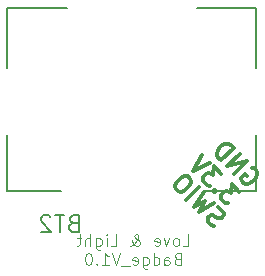
<source format=gbr>
%TF.GenerationSoftware,KiCad,Pcbnew,7.0.7*%
%TF.CreationDate,2024-04-02T17:30:46-04:00*%
%TF.ProjectId,battery_leds,62617474-6572-4795-9f6c-6564732e6b69,rev?*%
%TF.SameCoordinates,Original*%
%TF.FileFunction,Legend,Bot*%
%TF.FilePolarity,Positive*%
%FSLAX46Y46*%
G04 Gerber Fmt 4.6, Leading zero omitted, Abs format (unit mm)*
G04 Created by KiCad (PCBNEW 7.0.7) date 2024-04-02 17:30:46*
%MOMM*%
%LPD*%
G01*
G04 APERTURE LIST*
%ADD10C,0.100000*%
%ADD11C,0.300000*%
%ADD12C,0.150000*%
%ADD13C,0.127000*%
G04 APERTURE END LIST*
D10*
X151766667Y-108662419D02*
X152242857Y-108662419D01*
X152242857Y-108662419D02*
X152242857Y-107662419D01*
X151290476Y-108662419D02*
X151385714Y-108614800D01*
X151385714Y-108614800D02*
X151433333Y-108567180D01*
X151433333Y-108567180D02*
X151480952Y-108471942D01*
X151480952Y-108471942D02*
X151480952Y-108186228D01*
X151480952Y-108186228D02*
X151433333Y-108090990D01*
X151433333Y-108090990D02*
X151385714Y-108043371D01*
X151385714Y-108043371D02*
X151290476Y-107995752D01*
X151290476Y-107995752D02*
X151147619Y-107995752D01*
X151147619Y-107995752D02*
X151052381Y-108043371D01*
X151052381Y-108043371D02*
X151004762Y-108090990D01*
X151004762Y-108090990D02*
X150957143Y-108186228D01*
X150957143Y-108186228D02*
X150957143Y-108471942D01*
X150957143Y-108471942D02*
X151004762Y-108567180D01*
X151004762Y-108567180D02*
X151052381Y-108614800D01*
X151052381Y-108614800D02*
X151147619Y-108662419D01*
X151147619Y-108662419D02*
X151290476Y-108662419D01*
X150623809Y-107995752D02*
X150385714Y-108662419D01*
X150385714Y-108662419D02*
X150147619Y-107995752D01*
X149385714Y-108614800D02*
X149480952Y-108662419D01*
X149480952Y-108662419D02*
X149671428Y-108662419D01*
X149671428Y-108662419D02*
X149766666Y-108614800D01*
X149766666Y-108614800D02*
X149814285Y-108519561D01*
X149814285Y-108519561D02*
X149814285Y-108138609D01*
X149814285Y-108138609D02*
X149766666Y-108043371D01*
X149766666Y-108043371D02*
X149671428Y-107995752D01*
X149671428Y-107995752D02*
X149480952Y-107995752D01*
X149480952Y-107995752D02*
X149385714Y-108043371D01*
X149385714Y-108043371D02*
X149338095Y-108138609D01*
X149338095Y-108138609D02*
X149338095Y-108233847D01*
X149338095Y-108233847D02*
X149814285Y-108329085D01*
X147338094Y-108662419D02*
X147385714Y-108662419D01*
X147385714Y-108662419D02*
X147480952Y-108614800D01*
X147480952Y-108614800D02*
X147623809Y-108471942D01*
X147623809Y-108471942D02*
X147861904Y-108186228D01*
X147861904Y-108186228D02*
X147957142Y-108043371D01*
X147957142Y-108043371D02*
X148004761Y-107900514D01*
X148004761Y-107900514D02*
X148004761Y-107805276D01*
X148004761Y-107805276D02*
X147957142Y-107710038D01*
X147957142Y-107710038D02*
X147861904Y-107662419D01*
X147861904Y-107662419D02*
X147814285Y-107662419D01*
X147814285Y-107662419D02*
X147719047Y-107710038D01*
X147719047Y-107710038D02*
X147671428Y-107805276D01*
X147671428Y-107805276D02*
X147671428Y-107852895D01*
X147671428Y-107852895D02*
X147719047Y-107948133D01*
X147719047Y-107948133D02*
X147766666Y-107995752D01*
X147766666Y-107995752D02*
X148052380Y-108186228D01*
X148052380Y-108186228D02*
X148099999Y-108233847D01*
X148099999Y-108233847D02*
X148147618Y-108329085D01*
X148147618Y-108329085D02*
X148147618Y-108471942D01*
X148147618Y-108471942D02*
X148099999Y-108567180D01*
X148099999Y-108567180D02*
X148052380Y-108614800D01*
X148052380Y-108614800D02*
X147957142Y-108662419D01*
X147957142Y-108662419D02*
X147814285Y-108662419D01*
X147814285Y-108662419D02*
X147719047Y-108614800D01*
X147719047Y-108614800D02*
X147671428Y-108567180D01*
X147671428Y-108567180D02*
X147528571Y-108376704D01*
X147528571Y-108376704D02*
X147480952Y-108233847D01*
X147480952Y-108233847D02*
X147480952Y-108138609D01*
X145671428Y-108662419D02*
X146147618Y-108662419D01*
X146147618Y-108662419D02*
X146147618Y-107662419D01*
X145338094Y-108662419D02*
X145338094Y-107995752D01*
X145338094Y-107662419D02*
X145385713Y-107710038D01*
X145385713Y-107710038D02*
X145338094Y-107757657D01*
X145338094Y-107757657D02*
X145290475Y-107710038D01*
X145290475Y-107710038D02*
X145338094Y-107662419D01*
X145338094Y-107662419D02*
X145338094Y-107757657D01*
X144433333Y-107995752D02*
X144433333Y-108805276D01*
X144433333Y-108805276D02*
X144480952Y-108900514D01*
X144480952Y-108900514D02*
X144528571Y-108948133D01*
X144528571Y-108948133D02*
X144623809Y-108995752D01*
X144623809Y-108995752D02*
X144766666Y-108995752D01*
X144766666Y-108995752D02*
X144861904Y-108948133D01*
X144433333Y-108614800D02*
X144528571Y-108662419D01*
X144528571Y-108662419D02*
X144719047Y-108662419D01*
X144719047Y-108662419D02*
X144814285Y-108614800D01*
X144814285Y-108614800D02*
X144861904Y-108567180D01*
X144861904Y-108567180D02*
X144909523Y-108471942D01*
X144909523Y-108471942D02*
X144909523Y-108186228D01*
X144909523Y-108186228D02*
X144861904Y-108090990D01*
X144861904Y-108090990D02*
X144814285Y-108043371D01*
X144814285Y-108043371D02*
X144719047Y-107995752D01*
X144719047Y-107995752D02*
X144528571Y-107995752D01*
X144528571Y-107995752D02*
X144433333Y-108043371D01*
X143957142Y-108662419D02*
X143957142Y-107662419D01*
X143528571Y-108662419D02*
X143528571Y-108138609D01*
X143528571Y-108138609D02*
X143576190Y-108043371D01*
X143576190Y-108043371D02*
X143671428Y-107995752D01*
X143671428Y-107995752D02*
X143814285Y-107995752D01*
X143814285Y-107995752D02*
X143909523Y-108043371D01*
X143909523Y-108043371D02*
X143957142Y-108090990D01*
X143195237Y-107995752D02*
X142814285Y-107995752D01*
X143052380Y-107662419D02*
X143052380Y-108519561D01*
X143052380Y-108519561D02*
X143004761Y-108614800D01*
X143004761Y-108614800D02*
X142909523Y-108662419D01*
X142909523Y-108662419D02*
X142814285Y-108662419D01*
X151314285Y-109748609D02*
X151171428Y-109796228D01*
X151171428Y-109796228D02*
X151123809Y-109843847D01*
X151123809Y-109843847D02*
X151076190Y-109939085D01*
X151076190Y-109939085D02*
X151076190Y-110081942D01*
X151076190Y-110081942D02*
X151123809Y-110177180D01*
X151123809Y-110177180D02*
X151171428Y-110224800D01*
X151171428Y-110224800D02*
X151266666Y-110272419D01*
X151266666Y-110272419D02*
X151647618Y-110272419D01*
X151647618Y-110272419D02*
X151647618Y-109272419D01*
X151647618Y-109272419D02*
X151314285Y-109272419D01*
X151314285Y-109272419D02*
X151219047Y-109320038D01*
X151219047Y-109320038D02*
X151171428Y-109367657D01*
X151171428Y-109367657D02*
X151123809Y-109462895D01*
X151123809Y-109462895D02*
X151123809Y-109558133D01*
X151123809Y-109558133D02*
X151171428Y-109653371D01*
X151171428Y-109653371D02*
X151219047Y-109700990D01*
X151219047Y-109700990D02*
X151314285Y-109748609D01*
X151314285Y-109748609D02*
X151647618Y-109748609D01*
X150219047Y-110272419D02*
X150219047Y-109748609D01*
X150219047Y-109748609D02*
X150266666Y-109653371D01*
X150266666Y-109653371D02*
X150361904Y-109605752D01*
X150361904Y-109605752D02*
X150552380Y-109605752D01*
X150552380Y-109605752D02*
X150647618Y-109653371D01*
X150219047Y-110224800D02*
X150314285Y-110272419D01*
X150314285Y-110272419D02*
X150552380Y-110272419D01*
X150552380Y-110272419D02*
X150647618Y-110224800D01*
X150647618Y-110224800D02*
X150695237Y-110129561D01*
X150695237Y-110129561D02*
X150695237Y-110034323D01*
X150695237Y-110034323D02*
X150647618Y-109939085D01*
X150647618Y-109939085D02*
X150552380Y-109891466D01*
X150552380Y-109891466D02*
X150314285Y-109891466D01*
X150314285Y-109891466D02*
X150219047Y-109843847D01*
X149314285Y-110272419D02*
X149314285Y-109272419D01*
X149314285Y-110224800D02*
X149409523Y-110272419D01*
X149409523Y-110272419D02*
X149599999Y-110272419D01*
X149599999Y-110272419D02*
X149695237Y-110224800D01*
X149695237Y-110224800D02*
X149742856Y-110177180D01*
X149742856Y-110177180D02*
X149790475Y-110081942D01*
X149790475Y-110081942D02*
X149790475Y-109796228D01*
X149790475Y-109796228D02*
X149742856Y-109700990D01*
X149742856Y-109700990D02*
X149695237Y-109653371D01*
X149695237Y-109653371D02*
X149599999Y-109605752D01*
X149599999Y-109605752D02*
X149409523Y-109605752D01*
X149409523Y-109605752D02*
X149314285Y-109653371D01*
X148409523Y-109605752D02*
X148409523Y-110415276D01*
X148409523Y-110415276D02*
X148457142Y-110510514D01*
X148457142Y-110510514D02*
X148504761Y-110558133D01*
X148504761Y-110558133D02*
X148599999Y-110605752D01*
X148599999Y-110605752D02*
X148742856Y-110605752D01*
X148742856Y-110605752D02*
X148838094Y-110558133D01*
X148409523Y-110224800D02*
X148504761Y-110272419D01*
X148504761Y-110272419D02*
X148695237Y-110272419D01*
X148695237Y-110272419D02*
X148790475Y-110224800D01*
X148790475Y-110224800D02*
X148838094Y-110177180D01*
X148838094Y-110177180D02*
X148885713Y-110081942D01*
X148885713Y-110081942D02*
X148885713Y-109796228D01*
X148885713Y-109796228D02*
X148838094Y-109700990D01*
X148838094Y-109700990D02*
X148790475Y-109653371D01*
X148790475Y-109653371D02*
X148695237Y-109605752D01*
X148695237Y-109605752D02*
X148504761Y-109605752D01*
X148504761Y-109605752D02*
X148409523Y-109653371D01*
X147552380Y-110224800D02*
X147647618Y-110272419D01*
X147647618Y-110272419D02*
X147838094Y-110272419D01*
X147838094Y-110272419D02*
X147933332Y-110224800D01*
X147933332Y-110224800D02*
X147980951Y-110129561D01*
X147980951Y-110129561D02*
X147980951Y-109748609D01*
X147980951Y-109748609D02*
X147933332Y-109653371D01*
X147933332Y-109653371D02*
X147838094Y-109605752D01*
X147838094Y-109605752D02*
X147647618Y-109605752D01*
X147647618Y-109605752D02*
X147552380Y-109653371D01*
X147552380Y-109653371D02*
X147504761Y-109748609D01*
X147504761Y-109748609D02*
X147504761Y-109843847D01*
X147504761Y-109843847D02*
X147980951Y-109939085D01*
X147314285Y-110367657D02*
X146552380Y-110367657D01*
X146457141Y-109272419D02*
X146123808Y-110272419D01*
X146123808Y-110272419D02*
X145790475Y-109272419D01*
X144933332Y-110272419D02*
X145504760Y-110272419D01*
X145219046Y-110272419D02*
X145219046Y-109272419D01*
X145219046Y-109272419D02*
X145314284Y-109415276D01*
X145314284Y-109415276D02*
X145409522Y-109510514D01*
X145409522Y-109510514D02*
X145504760Y-109558133D01*
X144504760Y-110177180D02*
X144457141Y-110224800D01*
X144457141Y-110224800D02*
X144504760Y-110272419D01*
X144504760Y-110272419D02*
X144552379Y-110224800D01*
X144552379Y-110224800D02*
X144504760Y-110177180D01*
X144504760Y-110177180D02*
X144504760Y-110272419D01*
X143838094Y-109272419D02*
X143742856Y-109272419D01*
X143742856Y-109272419D02*
X143647618Y-109320038D01*
X143647618Y-109320038D02*
X143599999Y-109367657D01*
X143599999Y-109367657D02*
X143552380Y-109462895D01*
X143552380Y-109462895D02*
X143504761Y-109653371D01*
X143504761Y-109653371D02*
X143504761Y-109891466D01*
X143504761Y-109891466D02*
X143552380Y-110081942D01*
X143552380Y-110081942D02*
X143599999Y-110177180D01*
X143599999Y-110177180D02*
X143647618Y-110224800D01*
X143647618Y-110224800D02*
X143742856Y-110272419D01*
X143742856Y-110272419D02*
X143838094Y-110272419D01*
X143838094Y-110272419D02*
X143933332Y-110224800D01*
X143933332Y-110224800D02*
X143980951Y-110177180D01*
X143980951Y-110177180D02*
X144028570Y-110081942D01*
X144028570Y-110081942D02*
X144076189Y-109891466D01*
X144076189Y-109891466D02*
X144076189Y-109653371D01*
X144076189Y-109653371D02*
X144028570Y-109462895D01*
X144028570Y-109462895D02*
X143980951Y-109367657D01*
X143980951Y-109367657D02*
X143933332Y-109320038D01*
X143933332Y-109320038D02*
X143838094Y-109272419D01*
D11*
X156560413Y-104110231D02*
X155903814Y-103453632D01*
X155903814Y-103453632D02*
X155853306Y-104211246D01*
X155853306Y-104211246D02*
X155701783Y-104059723D01*
X155701783Y-104059723D02*
X155550260Y-104009215D01*
X155550260Y-104009215D02*
X155449245Y-104009215D01*
X155449245Y-104009215D02*
X155297722Y-104059723D01*
X155297722Y-104059723D02*
X155045184Y-104312261D01*
X155045184Y-104312261D02*
X154994677Y-104463784D01*
X154994677Y-104463784D02*
X154994677Y-104564799D01*
X154994677Y-104564799D02*
X155045184Y-104716322D01*
X155045184Y-104716322D02*
X155348230Y-105019368D01*
X155348230Y-105019368D02*
X155499753Y-105069876D01*
X155499753Y-105069876D02*
X155600768Y-105069876D01*
X154489601Y-103958708D02*
X154388585Y-103958708D01*
X154388585Y-103958708D02*
X154388585Y-104059723D01*
X154388585Y-104059723D02*
X154489601Y-104059723D01*
X154489601Y-104059723D02*
X154489601Y-103958708D01*
X154489601Y-103958708D02*
X154388585Y-104059723D01*
X155045184Y-102595002D02*
X154388585Y-101938403D01*
X154388585Y-101938403D02*
X154338078Y-102696017D01*
X154338078Y-102696017D02*
X154186555Y-102544494D01*
X154186555Y-102544494D02*
X154035032Y-102493987D01*
X154035032Y-102493987D02*
X153934016Y-102493987D01*
X153934016Y-102493987D02*
X153782494Y-102544494D01*
X153782494Y-102544494D02*
X153529955Y-102797033D01*
X153529955Y-102797033D02*
X153479448Y-102948555D01*
X153479448Y-102948555D02*
X153479448Y-103049571D01*
X153479448Y-103049571D02*
X153529955Y-103201094D01*
X153529955Y-103201094D02*
X153833001Y-103504139D01*
X153833001Y-103504139D02*
X153984524Y-103554647D01*
X153984524Y-103554647D02*
X154085539Y-103554647D01*
X154085540Y-101635357D02*
X152671326Y-102342464D01*
X152671326Y-102342464D02*
X153378433Y-100928251D01*
X154399753Y-106969875D02*
X154197722Y-106868859D01*
X154197722Y-106868859D02*
X153945184Y-106616321D01*
X153945184Y-106616321D02*
X153894677Y-106464798D01*
X153894677Y-106464798D02*
X153894677Y-106363783D01*
X153894677Y-106363783D02*
X153945184Y-106212260D01*
X153945184Y-106212260D02*
X154046199Y-106111245D01*
X154046199Y-106111245D02*
X154197722Y-106060737D01*
X154197722Y-106060737D02*
X154298738Y-106060737D01*
X154298738Y-106060737D02*
X154450260Y-106111245D01*
X154450260Y-106111245D02*
X154702799Y-106262768D01*
X154702799Y-106262768D02*
X154854321Y-106313275D01*
X154854321Y-106313275D02*
X154955337Y-106313275D01*
X154955337Y-106313275D02*
X155106860Y-106262768D01*
X155106860Y-106262768D02*
X155207875Y-106161753D01*
X155207875Y-106161753D02*
X155258382Y-106010230D01*
X155258382Y-106010230D02*
X155258382Y-105909214D01*
X155258382Y-105909214D02*
X155207875Y-105757692D01*
X155207875Y-105757692D02*
X154955337Y-105505153D01*
X154955337Y-105505153D02*
X154753306Y-105404138D01*
X154450261Y-105000077D02*
X153137062Y-105808200D01*
X153137062Y-105808200D02*
X153692646Y-104848555D01*
X153692646Y-104848555D02*
X152733001Y-105404139D01*
X152733001Y-105404139D02*
X153541123Y-104090940D01*
X152076402Y-104747539D02*
X153137062Y-103686879D01*
X152429955Y-102979772D02*
X152227925Y-102777741D01*
X152227925Y-102777741D02*
X152076402Y-102727234D01*
X152076402Y-102727234D02*
X151874371Y-102727234D01*
X151874371Y-102727234D02*
X151621833Y-102878757D01*
X151621833Y-102878757D02*
X151268280Y-103232310D01*
X151268280Y-103232310D02*
X151116757Y-103484848D01*
X151116757Y-103484848D02*
X151116757Y-103686879D01*
X151116757Y-103686879D02*
X151167265Y-103838402D01*
X151167265Y-103838402D02*
X151369295Y-104040432D01*
X151369295Y-104040432D02*
X151520818Y-104090940D01*
X151520818Y-104090940D02*
X151722848Y-104090940D01*
X151722848Y-104090940D02*
X151975387Y-103939417D01*
X151975387Y-103939417D02*
X152328940Y-103585864D01*
X152328940Y-103585864D02*
X152480463Y-103333325D01*
X152480463Y-103333325D02*
X152480463Y-103131295D01*
X152480463Y-103131295D02*
X152429955Y-102979772D01*
X157653306Y-102038830D02*
X157804829Y-102089338D01*
X157804829Y-102089338D02*
X157956352Y-102240861D01*
X157956352Y-102240861D02*
X158057367Y-102442891D01*
X158057367Y-102442891D02*
X158057367Y-102644922D01*
X158057367Y-102644922D02*
X158006860Y-102796445D01*
X158006860Y-102796445D02*
X157855337Y-103048983D01*
X157855337Y-103048983D02*
X157703814Y-103200506D01*
X157703814Y-103200506D02*
X157451276Y-103352029D01*
X157451276Y-103352029D02*
X157299753Y-103402536D01*
X157299753Y-103402536D02*
X157097722Y-103402536D01*
X157097722Y-103402536D02*
X156895692Y-103301521D01*
X156895692Y-103301521D02*
X156794677Y-103200506D01*
X156794677Y-103200506D02*
X156693661Y-102998475D01*
X156693661Y-102998475D02*
X156693661Y-102897460D01*
X156693661Y-102897460D02*
X157047215Y-102543906D01*
X157047215Y-102543906D02*
X157249245Y-102745937D01*
X156138077Y-102543906D02*
X157198738Y-101483246D01*
X157198738Y-101483246D02*
X155531986Y-101937815D01*
X155531986Y-101937815D02*
X156592646Y-100877155D01*
X155026909Y-101432738D02*
X156087569Y-100372078D01*
X156087569Y-100372078D02*
X155835031Y-100119540D01*
X155835031Y-100119540D02*
X155633001Y-100018525D01*
X155633001Y-100018525D02*
X155430970Y-100018525D01*
X155430970Y-100018525D02*
X155279447Y-100069032D01*
X155279447Y-100069032D02*
X155026909Y-100220555D01*
X155026909Y-100220555D02*
X154875386Y-100372078D01*
X154875386Y-100372078D02*
X154723864Y-100624616D01*
X154723864Y-100624616D02*
X154673356Y-100776139D01*
X154673356Y-100776139D02*
X154673356Y-100978170D01*
X154673356Y-100978170D02*
X154774371Y-101180200D01*
X154774371Y-101180200D02*
X155026909Y-101432738D01*
D12*
X142495001Y-106733034D02*
X142295001Y-106799701D01*
X142295001Y-106799701D02*
X142228334Y-106866367D01*
X142228334Y-106866367D02*
X142161667Y-106999701D01*
X142161667Y-106999701D02*
X142161667Y-107199701D01*
X142161667Y-107199701D02*
X142228334Y-107333034D01*
X142228334Y-107333034D02*
X142295001Y-107399701D01*
X142295001Y-107399701D02*
X142428334Y-107466367D01*
X142428334Y-107466367D02*
X142961667Y-107466367D01*
X142961667Y-107466367D02*
X142961667Y-106066367D01*
X142961667Y-106066367D02*
X142495001Y-106066367D01*
X142495001Y-106066367D02*
X142361667Y-106133034D01*
X142361667Y-106133034D02*
X142295001Y-106199701D01*
X142295001Y-106199701D02*
X142228334Y-106333034D01*
X142228334Y-106333034D02*
X142228334Y-106466367D01*
X142228334Y-106466367D02*
X142295001Y-106599701D01*
X142295001Y-106599701D02*
X142361667Y-106666367D01*
X142361667Y-106666367D02*
X142495001Y-106733034D01*
X142495001Y-106733034D02*
X142961667Y-106733034D01*
X141761667Y-106066367D02*
X140961667Y-106066367D01*
X141361667Y-107466367D02*
X141361667Y-106066367D01*
X140561667Y-106199701D02*
X140495000Y-106133034D01*
X140495000Y-106133034D02*
X140361667Y-106066367D01*
X140361667Y-106066367D02*
X140028334Y-106066367D01*
X140028334Y-106066367D02*
X139895000Y-106133034D01*
X139895000Y-106133034D02*
X139828334Y-106199701D01*
X139828334Y-106199701D02*
X139761667Y-106333034D01*
X139761667Y-106333034D02*
X139761667Y-106466367D01*
X139761667Y-106466367D02*
X139828334Y-106666367D01*
X139828334Y-106666367D02*
X140628334Y-107466367D01*
X140628334Y-107466367D02*
X139761667Y-107466367D01*
D13*
%TO.C,BT2*%
X136900001Y-88487501D02*
X141950001Y-88487501D01*
X136900001Y-93567501D02*
X136900001Y-88487501D01*
X136900001Y-99307501D02*
X136900001Y-103987501D01*
X136900001Y-103987501D02*
X141450001Y-103987501D01*
X152950001Y-88487501D02*
X158000001Y-88487501D01*
X153450001Y-103987501D02*
X158000001Y-103987501D01*
X158000001Y-88487501D02*
X158000001Y-93567501D01*
X158000001Y-103987501D02*
X158000001Y-99307501D01*
%TD*%
M02*

</source>
